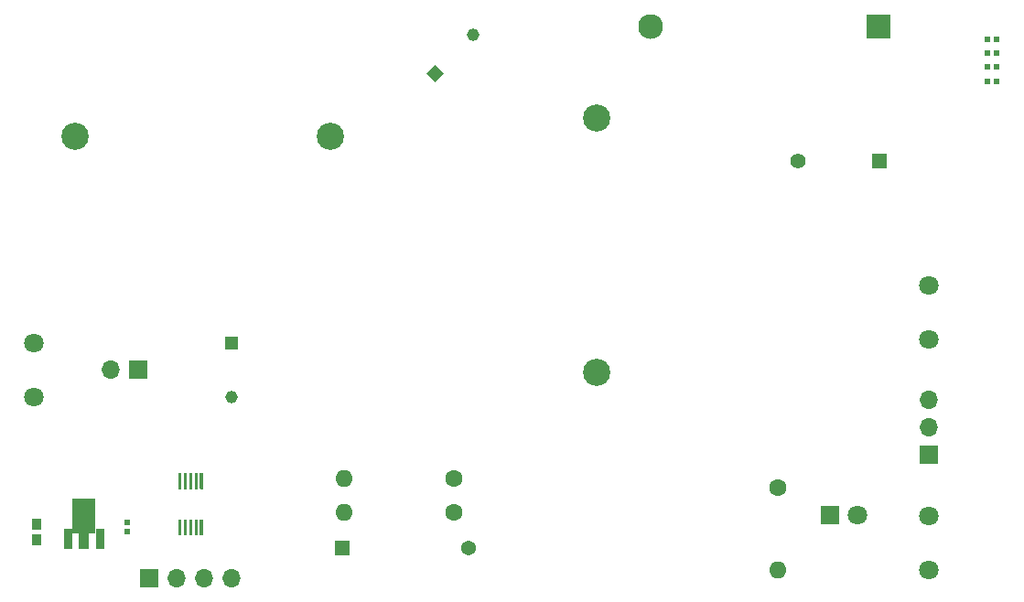
<source format=gts>
G04 #@! TF.GenerationSoftware,KiCad,Pcbnew,5.1.10*
G04 #@! TF.CreationDate,2021-12-17T16:10:36-08:00*
G04 #@! TF.ProjectId,SEPIC,53455049-432e-46b6-9963-61645f706362,v0.1*
G04 #@! TF.SameCoordinates,Original*
G04 #@! TF.FileFunction,Soldermask,Top*
G04 #@! TF.FilePolarity,Negative*
%FSLAX46Y46*%
G04 Gerber Fmt 4.6, Leading zero omitted, Abs format (unit mm)*
G04 Created by KiCad (PCBNEW 5.1.10) date 2021-12-17 16:10:36*
%MOMM*%
%LPD*%
G01*
G04 APERTURE LIST*
%ADD10C,0.010000*%
%ADD11C,2.300000*%
%ADD12R,2.300000X2.300000*%
%ADD13R,0.590000X0.630000*%
%ADD14C,2.514600*%
%ADD15R,1.700000X1.700000*%
%ADD16O,1.700000X1.700000*%
%ADD17R,0.930000X1.010000*%
%ADD18R,1.150000X1.150000*%
%ADD19C,1.150000*%
%ADD20R,0.600000X0.530000*%
%ADD21R,1.400000X1.400000*%
%ADD22C,1.400000*%
%ADD23R,1.800000X1.800000*%
%ADD24C,1.800000*%
%ADD25C,1.803400*%
%ADD26C,1.600000*%
%ADD27O,1.600000X1.600000*%
%ADD28R,1.371600X1.371600*%
%ADD29C,1.371600*%
%ADD30C,0.100000*%
G04 APERTURE END LIST*
D10*
G36*
X104078000Y-128534000D02*
G01*
X104078000Y-126704000D01*
X104758000Y-126704000D01*
X104758000Y-128534000D01*
X104078000Y-128534000D01*
G37*
X104078000Y-128534000D02*
X104078000Y-126704000D01*
X104758000Y-126704000D01*
X104758000Y-128534000D01*
X104078000Y-128534000D01*
G36*
X107078000Y-128534000D02*
G01*
X107078000Y-126704000D01*
X107758000Y-126704000D01*
X107758000Y-128534000D01*
X107078000Y-128534000D01*
G37*
X107078000Y-128534000D02*
X107078000Y-126704000D01*
X107758000Y-126704000D01*
X107758000Y-128534000D01*
X107078000Y-128534000D01*
G36*
X104901500Y-123904000D02*
G01*
X106934500Y-123904000D01*
X106934500Y-127034000D01*
X106348000Y-127034000D01*
X106348000Y-128534000D01*
X105488000Y-128534000D01*
X105488000Y-127034000D01*
X104901500Y-127034000D01*
X104901500Y-123904000D01*
G37*
X104901500Y-123904000D02*
X106934500Y-123904000D01*
X106934500Y-127034000D01*
X106348000Y-127034000D01*
X106348000Y-128534000D01*
X105488000Y-128534000D01*
X105488000Y-127034000D01*
X104901500Y-127034000D01*
X104901500Y-123904000D01*
D11*
X158352000Y-80264000D03*
D12*
X179468000Y-80264000D03*
D13*
X189533000Y-85293200D03*
X190373000Y-85293200D03*
X189533000Y-82727800D03*
X190373000Y-82727800D03*
X190373000Y-83997800D03*
X189533000Y-83997800D03*
D14*
X105156001Y-90424000D03*
X128756002Y-90424000D03*
X153416000Y-88667998D03*
X153416000Y-112267999D03*
D15*
X110998000Y-112014000D03*
D16*
X108458000Y-112014000D03*
D17*
X101600000Y-127709000D03*
X101600000Y-126291000D03*
D18*
X119634000Y-109514000D03*
D19*
X119634000Y-114514000D03*
D20*
X109982000Y-127000000D03*
X109982000Y-126126000D03*
D21*
X179518000Y-92710000D03*
D22*
X172018000Y-92710000D03*
D13*
X189558400Y-81432400D03*
X190398400Y-81432400D03*
D23*
X175006000Y-125476000D03*
D24*
X177546000Y-125476000D03*
D25*
X101346000Y-114554000D03*
X101346000Y-109554000D03*
X184150000Y-104220000D03*
X184150000Y-109220000D03*
X184150000Y-130556000D03*
X184150000Y-125556000D03*
D26*
X170180000Y-122936000D03*
D27*
X170180000Y-130556000D03*
D26*
X140208000Y-122047000D03*
D27*
X130048000Y-122047000D03*
D28*
X129886000Y-128524000D03*
D29*
X141570000Y-128524000D03*
D26*
X140208000Y-125222000D03*
D27*
X130048000Y-125222000D03*
G36*
G01*
X116695200Y-121575000D02*
X116952800Y-121575000D01*
G75*
G02*
X116964000Y-121586200I0J-11200D01*
G01*
X116964000Y-123033800D01*
G75*
G02*
X116952800Y-123045000I-11200J0D01*
G01*
X116695200Y-123045000D01*
G75*
G02*
X116684000Y-123033800I0J11200D01*
G01*
X116684000Y-121586200D01*
G75*
G02*
X116695200Y-121575000I11200J0D01*
G01*
G37*
G36*
G01*
X116195200Y-121575000D02*
X116452800Y-121575000D01*
G75*
G02*
X116464000Y-121586200I0J-11200D01*
G01*
X116464000Y-123033800D01*
G75*
G02*
X116452800Y-123045000I-11200J0D01*
G01*
X116195200Y-123045000D01*
G75*
G02*
X116184000Y-123033800I0J11200D01*
G01*
X116184000Y-121586200D01*
G75*
G02*
X116195200Y-121575000I11200J0D01*
G01*
G37*
G36*
G01*
X115695200Y-121575000D02*
X115952800Y-121575000D01*
G75*
G02*
X115964000Y-121586200I0J-11200D01*
G01*
X115964000Y-123033800D01*
G75*
G02*
X115952800Y-123045000I-11200J0D01*
G01*
X115695200Y-123045000D01*
G75*
G02*
X115684000Y-123033800I0J11200D01*
G01*
X115684000Y-121586200D01*
G75*
G02*
X115695200Y-121575000I11200J0D01*
G01*
G37*
G36*
G01*
X115195200Y-121575000D02*
X115452800Y-121575000D01*
G75*
G02*
X115464000Y-121586200I0J-11200D01*
G01*
X115464000Y-123033800D01*
G75*
G02*
X115452800Y-123045000I-11200J0D01*
G01*
X115195200Y-123045000D01*
G75*
G02*
X115184000Y-123033800I0J11200D01*
G01*
X115184000Y-121586200D01*
G75*
G02*
X115195200Y-121575000I11200J0D01*
G01*
G37*
G36*
G01*
X114695200Y-121575000D02*
X114952800Y-121575000D01*
G75*
G02*
X114964000Y-121586200I0J-11200D01*
G01*
X114964000Y-123033800D01*
G75*
G02*
X114952800Y-123045000I-11200J0D01*
G01*
X114695200Y-123045000D01*
G75*
G02*
X114684000Y-123033800I0J11200D01*
G01*
X114684000Y-121586200D01*
G75*
G02*
X114695200Y-121575000I11200J0D01*
G01*
G37*
G36*
G01*
X114695200Y-125875000D02*
X114952800Y-125875000D01*
G75*
G02*
X114964000Y-125886200I0J-11200D01*
G01*
X114964000Y-127333800D01*
G75*
G02*
X114952800Y-127345000I-11200J0D01*
G01*
X114695200Y-127345000D01*
G75*
G02*
X114684000Y-127333800I0J11200D01*
G01*
X114684000Y-125886200D01*
G75*
G02*
X114695200Y-125875000I11200J0D01*
G01*
G37*
G36*
G01*
X115195200Y-125875000D02*
X115452800Y-125875000D01*
G75*
G02*
X115464000Y-125886200I0J-11200D01*
G01*
X115464000Y-127333800D01*
G75*
G02*
X115452800Y-127345000I-11200J0D01*
G01*
X115195200Y-127345000D01*
G75*
G02*
X115184000Y-127333800I0J11200D01*
G01*
X115184000Y-125886200D01*
G75*
G02*
X115195200Y-125875000I11200J0D01*
G01*
G37*
G36*
G01*
X115695200Y-125875000D02*
X115952800Y-125875000D01*
G75*
G02*
X115964000Y-125886200I0J-11200D01*
G01*
X115964000Y-127333800D01*
G75*
G02*
X115952800Y-127345000I-11200J0D01*
G01*
X115695200Y-127345000D01*
G75*
G02*
X115684000Y-127333800I0J11200D01*
G01*
X115684000Y-125886200D01*
G75*
G02*
X115695200Y-125875000I11200J0D01*
G01*
G37*
G36*
G01*
X116195200Y-125875000D02*
X116452800Y-125875000D01*
G75*
G02*
X116464000Y-125886200I0J-11200D01*
G01*
X116464000Y-127333800D01*
G75*
G02*
X116452800Y-127345000I-11200J0D01*
G01*
X116195200Y-127345000D01*
G75*
G02*
X116184000Y-127333800I0J11200D01*
G01*
X116184000Y-125886200D01*
G75*
G02*
X116195200Y-125875000I11200J0D01*
G01*
G37*
G36*
G01*
X116695200Y-125875000D02*
X116952800Y-125875000D01*
G75*
G02*
X116964000Y-125886200I0J-11200D01*
G01*
X116964000Y-127333800D01*
G75*
G02*
X116952800Y-127345000I-11200J0D01*
G01*
X116695200Y-127345000D01*
G75*
G02*
X116684000Y-127333800I0J11200D01*
G01*
X116684000Y-125886200D01*
G75*
G02*
X116695200Y-125875000I11200J0D01*
G01*
G37*
D15*
X112014000Y-131318000D03*
D16*
X114554000Y-131318000D03*
X117094000Y-131318000D03*
X119634000Y-131318000D03*
D15*
X184150000Y-119888000D03*
D16*
X184150000Y-117348000D03*
X184150000Y-114808000D03*
D30*
G36*
X138440233Y-85384940D02*
G01*
X137627060Y-84571767D01*
X138440233Y-83758594D01*
X139253406Y-84571767D01*
X138440233Y-85384940D01*
G37*
D19*
X141975767Y-81036233D03*
M02*

</source>
